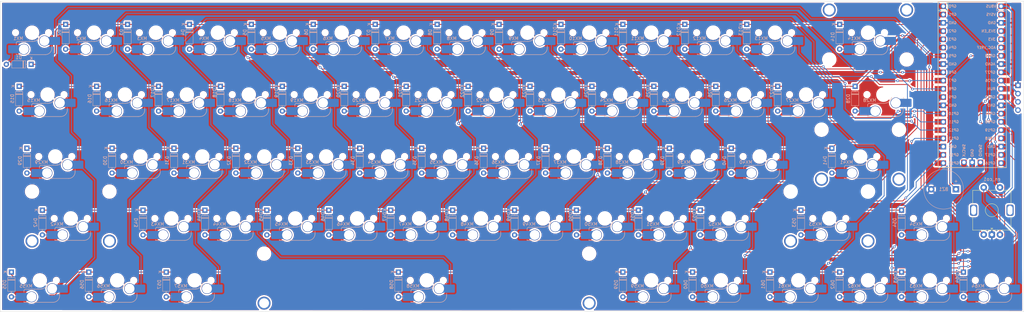
<source format=kicad_pcb>
(kicad_pcb (version 20221018) (generator pcbnew)
  (layers (0 "F.Cu" signal) (31 "B.Cu" signal) (34 "B.Paste" user) (35 "F.Paste" user) (36 "B.SilkS" user "B.Silkscreen") (37 "F.SilkS" user "F.Silkscreen") (38 "B.Mask" user) (39 "F.Mask" user) (44 "Edge.Cuts" user))
  (net 0 "")
  (net 1 "ROW0")
  (net 2 "Net-(D1-A)")
  (net 3 "Net-(D2-A)")
  (net 4 "Net-(D3-A)")
  (net 5 "Net-(D4-A)")
  (net 6 "Net-(D5-A)")
  (net 7 "Net-(D6-A)")
  (net 8 "Net-(D7-A)")
  (net 9 "Net-(D8-A)")
  (net 10 "Net-(D9-A)")
  (net 11 "Net-(D10-A)")
  (net 12 "Net-(D11-A)")
  (net 13 "Net-(D12-A)")
  (net 14 "Net-(D13-A)")
  (net 15 "Net-(D14-A)")
  (net 16 "ROW1")
  (net 17 "Net-(D15-A)")
  (net 18 "Net-(D16-A)")
  (net 19 "Net-(D17-A)")
  (net 20 "Net-(D18-A)")
  (net 21 "Net-(D19-A)")
  (net 22 "Net-(D20-A)")
  (net 23 "Net-(D21-A)")
  (net 24 "Net-(D22-A)")
  (net 25 "Net-(D23-A)")
  (net 26 "Net-(D24-A)")
  (net 27 "Net-(D25-A)")
  (net 28 "Net-(D26-A)")
  (net 29 "Net-(D27-A)")
  (net 30 "Net-(D28-A)")
  (net 31 "ROW2")
  (net 32 "Net-(D29-A)")
  (net 33 "Net-(D30-A)")
  (net 34 "Net-(D31-A)")
  (net 35 "Net-(D32-A)")
  (net 36 "Net-(D33-A)")
  (net 37 "Net-(D34-A)")
  (net 38 "Net-(D35-A)")
  (net 39 "Net-(D36-A)")
  (net 40 "Net-(D37-A)")
  (net 41 "Net-(D38-A)")
  (net 42 "Net-(D39-A)")
  (net 43 "Net-(D40-A)")
  (net 44 "Net-(D41-A)")
  (net 45 "ROW3")
  (net 46 "Net-(D42-A)")
  (net 47 "Net-(D43-A)")
  (net 48 "Net-(D44-A)")
  (net 49 "Net-(D45-A)")
  (net 50 "Net-(D46-A)")
  (net 51 "Net-(D47-A)")
  (net 52 "Net-(D48-A)")
  (net 53 "Net-(D49-A)")
  (net 54 "Net-(D50-A)")
  (net 55 "Net-(D51-A)")
  (net 56 "Net-(D52-A)")
  (net 57 "Net-(D53-A)")
  (net 58 "Net-(D54-A)")
  (net 59 "ROW4")
  (net 60 "Net-(D55-A)")
  (net 61 "Net-(D56-A)")
  (net 62 "Net-(D57-A)")
  (net 63 "Net-(D58-A)")
  (net 64 "Net-(D59-A)")
  (net 65 "Net-(D60-A)")
  (net 66 "Net-(D61-A)")
  (net 67 "Net-(D62-A)")
  (net 68 "Net-(D63-A)")
  (net 69 "Net-(D64-A)")
  (net 70 "en_co_A")
  (net 71 "en_co_B")
  (net 72 "GND")
  (net 73 "COL15")
  (net 74 "VBUS")
  (net 75 "SCL")
  (net 76 "SDA")
  (net 77 "Buzz")
  (net 78 "COL0")
  (net 79 "COL1")
  (net 80 "COL2")
  (net 81 "COL3")
  (net 82 "COL4")
  (net 83 "COL5")
  (net 84 "COL6")
  (net 85 "COL7")
  (net 86 "COL8")
  (net 87 "COL9")
  (net 88 "COL10")
  (net 89 "COL11")
  (net 90 "COL12")
  (net 91 "COL13")
  (net 92 "COL14")
  (footprint "ScottoKeebs_MCU:Raspberry_Pi_Pico" (layer "F.Cu") (at 355.44 123.695)
    (fp_text reference "U1" hide)
    (fp_text value "Raspberry_Pi_Pico" hide)
  )
  (footprint "PCM_marbastlib-mx:STAB_MX_P_2.25u" (layer "F.Cu") (at 78.10625 164.82 180)
    (fp_text reference "S2" hide)
    (fp_text value "MX_stab")
  )
  (footprint "PCM_marbastlib-various:ROT_Alps_EC11E-Switch" (layer "F.Cu") (at 361.475 162.315)
    (fp_text reference "en_co1")
    (fp_text value "RotaryEncoder_Switch")
  )
  (footprint "PCM_marbastlib-mx:STAB_MX_P_6.25u" (layer "F.Cu") (at 187.59 183.91695 180)
    (fp_text reference "S1" hide)
    (fp_text value "MX_stab")
  )
  (footprint "PCM_marbastlib-mx:STAB_MX_P_2.25u" (layer "F.Cu") (at 320.99375 145.795 180)
    (fp_text reference "S4" hide)
    (fp_text value "MX_stab")
  )
  (footprint "ScottoKeebs_Components:OLED_128x64" (layer "F.Cu") (at 369.525 127.7 -90)
    (fp_text reference "J1" hide)
    (fp_text value "OLED_128x64")
  )
  (footprint "PCM_marbastlib-mx:STAB_MX_P_2u" (layer "F.Cu") (at 323.36625 107.685)
    (fp_text reference "S5" hide)
    (fp_text value "MX_stab")
  )
  (footprint "PCM_marbastlib-mx:STAB_MX_P_2.25u" (layer "F.Cu") (at 311.46875 164.82 180)
    (fp_text reference "S3" hide)
    (fp_text value "MX_stab")
  )
  (footprint "PCM_marbastlib-mx:SW_MX_HS_1u" (layer "B.Cu") (at 270.99 145.79)
    (fp_text reference "MX39")
    (fp_text value "MX_SW_HS")
  )
  (footprint "ScottoKeebs_Components:Diode_DO-35" (layer "B.Cu") (at 247.9725 181.34 -90)
    (fp_text reference "D59")
    (fp_text value "Diode")
  )
  (footprint "PCM_marbastlib-mx:SW_MX_HS_1u" (layer "B.Cu") (at 92.39625 183.89)
    (fp_text reference "MX56")
    (fp_text value "MX_SW_HS")
  )
  (footprint "ScottoKeebs_Components:Diode_DO-35" (layer "B.Cu") (at 128.91 143.24 -90)
    (fp_text reference "D32")
    (fp_text value "Diode")
  )
  (footprint "ScottoKeebs_Components:Diode_DO-35" (layer "B.Cu") (at 205.11 143.24 -90)
    (fp_text reference "D36")
    (fp_text value "Diode")
  )
  (footprint "PCM_marbastlib-mx:SW_MX_HS_1u" (layer "B.Cu") (at 166.215 164.84)
    (fp_text reference "MX46")
    (fp_text value "MX_SW_HS")
  )
  (footprint "Buzzer_Beeper:Buzzer_12x9.5RM7.6" (layer "B.Cu") (at 350.44 155.86 180)
    (fp_text reference "BZ1")
    (fp_text value "Buzzer")
  )
  (footprint "PCM_marbastlib-mx:SW_MX_HS_1u" (layer "B.Cu") (at 247.1775 126.74)
    (fp_text reference "MX24")
    (fp_text value "MX_SW_HS")
  )
  (footprint "ScottoKeebs_Components:Diode_DO-35" (layer "B.Cu") (at 314.6475 105.14 -90)
    (fp_text reference "D14")
    (fp_text value "Diode")
  )
  (footprint "PCM_marbastlib-mx:SW_MX_HS_1u" (layer "B.Cu") (at 113.8275 126.74)
    (fp_text reference "MX17")
    (fp_text value "MX_SW_HS")
  )
  (footprint "ScottoKeebs_Components:Diode_DO-35" (layer "B.Cu") (at 286.0725 105.14 -90)
    (fp_text reference "D13")
    (fp_text value "Diode")
  )
  (footprint "PCM_marbastlib-mx:SW_MX_HS_1u" (layer "B.Cu") (at 256.7025 107.69)
    (fp_text reference "MX11")
    (fp_text value "MX_SW_HS")
  )
  (footprint "ScottoKeebs_Components:Diode_DO-35" (layer "B.Cu") (at 219.3975 124.19 -90)
    (fp_text reference "D23")
    (fp_text value "Diode")
  )
  (footprint "ScottoKeebs_Components:Diode_DO-35" (layer "B.Cu") (at 190.8225 105.14 -90)
    (fp_text reference "D8")
    (fp_text value "Diode")
  )
  (footprint "ScottoKeebs_Components:Diode_DO-35" (layer "B.Cu") (at 200.3475 124.19 -90)
    (fp_text reference "D22")
    (fp_text value "Diode")
  )
  (footprint "ScottoKeebs_Components:Diode_DO-35" (layer "B.Cu") (at 167.01 143.24 -90)
    (fp_text reference "D34")
    (fp_text value "Diode")
  )
  (footprint "ScottoKeebs_Components:Diode_DO-35" (layer "B.Cu") (at 105.0975 124.19 -90)
    (fp_text reference "D17")
    (fp_text value "Diode")
  )
  (footprint "ScottoKeebs_Components:Diode_DO-35" (layer "B.Cu") (at 69.37875 162.29 -90)
    (fp_text reference "D42")
    (fp_text value "Diode")
  )
  (footprint "ScottoKeebs_Components:Diode_DO-35" (layer "B.Cu") (at 233.685 162.29 -90)
    (fp_text reference "D50")
    (fp_text value "Diode")
  )
  (footprint "PCM_marbastlib-mx:SW_MX_HS_1u" (layer "B.Cu") (at 275.7525 107.69)
    (fp_text reference "MX12")
    (fp_text value "MX_SW_HS")
  )
  (footprint "ScottoKeebs_Components:Diode_DO-35" (layer "B.Cu") (at 83.66625 181.34 -90)
    (fp_text reference "D56")
    (fp_text value "Diode")
  )
  (footprint "PCM_marbastlib-mx:SW_MX_HS_1u" (layer "B.Cu") (at 361.4775 183.89)
    (fp_text reference "MX64")
    (fp_text value "MX_SW_HS")
  )
  (footprint "ScottoKeebs_Components:Diode_DO-35" (layer "B.Cu") (at 238.4475 124.19 -90)
    (fp_text reference "D24")
    (fp_text value "Diode")
  )
  (footprint "PCM_marbastlib-mx:SW_MX_HS_1u" (layer "B.Cu") (at 70.965 126.74)
    (fp_text reference "MX15")
    (fp_text value "MX_SW_HS")
  )
  (footprint "ScottoKeebs_Components:Diode_DO-35" (layer "B.Cu") (at 312.26625 143.24 -90)
    (fp_text reference "D41")
    (fp_text value "Diode")
  )
  (footprint "PCM_marbastlib-mx:SW_MX_HS_1u" (layer "B.Cu") (at 147.165 164.84)
    (fp_text reference "MX45")
    (fp_text value "MX_SW_HS")
  )
  (footprint "PCM_marbastlib-mx:SW_MX_HS_1u" (layer "B.Cu") (at 285.2775 126.74)
    (fp_text reference "MX26")
    (fp_text value "MX_SW_HS")
  )
  (footprint "PCM_marbastlib-mx:SW_MX_HS_1u" (layer "B.Cu") (at 323.3775 107.69)
    (fp_text reference "MX14")
    (fp_text value "MX_SW_HS")
  )
  (footprint "PCM_marbastlib-mx:SW_MX_HS_1u" (layer "B.Cu") (at 73.34625 145.79)
    (fp_text reference "MX29")
    (fp_text value "MX_SW_HS")
  )
  (footprint "ScottoKeebs_Components:Diode_DO-35" (layer "B.Cu") (at 119.385 162.29 -90)
    (fp_text reference "D44")
    (fp_text value "Diode")
  )
  (footprint "ScottoKeebs_Components:Diode_DO-35" (layer "B.Cu") (at 162.2475 124.19 -90)
    (fp_text reference "D20")
    (fp_text value "Diode")
  )
  (footprint "ScottoKeebs_Components:Diode_DO-35" (layer "B.Cu") (at 109.86 143.24 -90)
    (fp_text reference "D31")
    (fp_text value "Diode")
  )
  (footprint "PCM_marbastlib-mx:SW_MX_HS_1u" (layer "B.Cu") (at 175.74 145.79)
    (fp_text reference "MX34")
    (fp_text value "MX_SW_HS")
  )
  (footprint "PCM_marbastlib-mx:SW_MX_HS_1u" (layer "B.Cu") (at 223.365 164.84)
    (fp_text reference "MX49")
    (fp_text value "MX_SW_HS")
  )
  (footprint "PCM_marbastlib-mx:SW_MX_HS_1u" (layer "B.Cu") (at 328.14 126.74)
    (fp_text reference "MX28")
    (fp_text value "MX_SW_HS")
  )
  (footprint "PCM_marbastlib-mx:SW_MX_HS_1u" (layer "B.Cu") (at 228.1275 126.74)
    (fp_text reference "MX23")
    (fp_text value "MX_SW_HS")
  )
  (footprint "ScottoKeebs_Components:Diode_DO-35" (layer "B.Cu") (at 224.16 143.24 -90)
    (fp_text reference "D37")
    (fp_text value "Diode")
  )
  (footprint "ScottoKeebs_Components:Diode_DO-35" (layer "B.Cu") (at 65.905 117.43 180)
    (fp_text reference "D1")
    (fp_text value "Diode")
  )
  (footprint "PCM_marbastlib-mx:SW_MX_HS_1u" (layer "B.Cu") (at 232.89 145.79)
    (fp_text reference "MX37")
    (fp_text value "MX_SW_HS")
  )
  (footprint "ScottoKeebs_Components:Diode_DO-35" (layer "B.Cu") (at 333.6975 162.29 -90)
    (fp_text reference "D54")
    (fp_text value "Diode")
  )
  (footprint "PCM_marbastlib-mx:SW_MX_HS_1u" (layer "B.Cu") (at 94.7775 126.74)
    (fp_text reference "MX16")
    (fp_text value "MX_SW_HS")
  )
  (footprint "ScottoKeebs_Components:Diode_DO-35" (layer "B.Cu") (at 257.4975 124.19 -90)
    (fp_text reference "D25")
    (fp_text value "Diode")
  )
  (footprint "ScottoKeebs_Components:Diode_DO-35" (layer "B.Cu") (at 64.61625 143.24 -90)
    (fp_text reference "D29")
    (fp_text value "Diode")
  )
  (footprint "ScottoKeebs_Components:Diode_DO-35" (layer "B.Cu") (at 138.435 162.29 -90)
    (fp_text reference "D45")
    (fp_text value "Diode")
  )
  (footprint "PCM_marbastlib-mx:SW_MX_HS_1u" (layer "B.Cu") (at 78.10875 164.84)
    (fp_text reference "MX42")
    (fp_text value "MX_SW_HS")
  )
  (footprint "PCM_marbastlib-mx:SW_MX_HS_1u" (layer "B.Cu") (at 142.4025 107.69)
    (fp_text reference "MX5")
    (fp_text value "MX_SW_HS")
  )
  (footprint "ScottoKeebs_Components:Diode_DO-35" (layer "B.Cu") (at 214.635 162.29 -90)
    (fp_text reference "D49")
    (fp_text value "Diode")
  )
  (footprint "ScottoKeebs_Components:Diode_DO-35" (layer "B.Cu") (at 114.6225 105.14 -90)
    (fp_text reference "D4")
    (fp_text value "Diode")
  )
  (footprint "PCM_marbastlib-mx:SW_MX_HS_1u" (layer "B.Cu") (at 278.13375 183.89)
    (fp_text reference "MX60")
    (fp_text value "MX_SW_HS")
  )
  (footprint "PCM_marbastlib-mx:SW_MX_HS_1u" (layer "B.Cu") (at 294.8025 107.69)
    (fp_text reference "MX13")
    (fp_text value "MX_SW_HS")
  )
  (footprint "ScottoKeebs_Components:Diode_DO-35" (layer "B.Cu") (at 62.235 124.19 -90)
    (fp_text reference "D15")
    (fp_text value "Diode")
  )
  (footprint "PCM_marbastlib-mx:SW_MX_HS_1u" (layer "B.Cu") (at 190.0275 126.74)
    (fp_text reference "MX21")
    (fp_text value "MX_SW_HS")
  )
  (footprint "ScottoKeebs_Components:Diode_DO-35" (layer "B.Cu") (at 262.26 143.24 -90)
    (fp_text reference "D39")
    (fp_text value "Diode")
  )
  (footprint "ScottoKeebs_Components:Diode_DO-35" (layer "B.Cu") (at 352.7475 181.34 -90)
    (fp_text reference "D64")
    (fp_text value "Diode")
  )
  (footprint "PCM_marbastlib-mx:SW_MX_HS_1u" (layer "B.Cu") (at 209.0775 126.74)
    (fp_text reference "MX22")
    (fp_text value "MX_SW_HS")
  )
  (footprint "PCM_marbastlib-mx:SW_MX_HS_1u" (layer "B.Cu") (at 251.94 145.79)
    (fp_text reference "MX38")
    (fp_text value "MX_SW_HS")
  )
  (footprint "PCM_marbastlib-mx:SW_MX_HS_1u" (layer "B.Cu") (at 342.4275 183.89)
    (fp_text reference "MX63")
    (fp_text value "MX_SW_HS")
  )
  (footprint "ScottoKeebs_Components:Diode_DO-35" (layer "B.Cu") (at 295.5975 124.19 -90)
    (fp_text reference "D27")
    (fp_text value "Diode")
  )
  (footprint "ScottoKeebs_Components:Diode_DO-35" (layer "B.Cu") (at 281.31 143.24 -90)
    (fp_text reference "D40")
    (fp_text value "Diode")
  )
  (footprint "ScottoKeebs_Components:Diode_DO-35" (layer "B.Cu") (at 209.8725 105.14 -90)
    (fp_text reference "D9")
    (fp_text value "Diode")
  )
  (footprint "PCM_marbastlib-mx:SW_MX_HS_1u" (layer "B.Cu") (at 304.3275 126.74)
    (fp_text reference "MX27")
    (fp_text value "MX_SW_HS")
  )
  (footprint "ScottoKeebs_Components:Diode_DO-35" (layer "B.Cu") (at 178.91625 181.34 -90)
    (fp_text reference "D58")
    (fp_text value "Diode")
  )
  (footprint "PCM_marbastlib-mx:SW_MX_HS_1u" (layer "B.Cu") (at 116.20875 183.89)
    (fp_text reference "MX57")
    (fp_text value "MX_SW_HS")
  )
  (footprint "ScottoKeebs_Components:Diode_DO-35" (layer "B.Cu") (at 107.47875 181.34 -90)
    (fp_text reference "D57")
    (fp_text value "Diode")
  )
  (footprint "PCM_marbastlib-mx:SW_MX_HS_1u" (layer "B.Cu") (at 104.3025 107.69)
    (fp_text reference "MX3")
    (fp_text value "MX_SW_HS")
  )
  (footprint "PCM_marbastlib-mx:SW_MX_HS_1u" (layer "B.Cu") (at 132.8775 126.74)
    (fp_text reference "MX18")
    (fp_text value "MX_SW_HS")
  )
  (footprint "ScottoKeebs_Components:Diode_DO-35" (layer "B.Cu") (at 267.0225 105.14 -90)
    (fp_text reference "D12")
    (fp_text value "Diode")
  )
  (footprint "ScottoKeebs_Components:Diode_DO-35" (layer "B.Cu") (at 181.2975 124.19 -90)
    (fp_text reference "D21")
    (fp_text value "Diode")
  )
  (footprint "ScottoKeebs_Components:Diode_DO-35" (layer "B.Cu") (at 195.585 162.29 -90)
    (fp_text reference "D48")
    (fp_text value "Diode")
  )
  (footprint "ScottoKeebs_Components:Diode_DO-35" (layer "B.Cu") (at 269.40375 181.34 -90)
    (fp_text reference "D60")
    (fp_text value "Diode")
  )
  (footprint "PCM_marbastlib-mx:SW_MX_HS_1u" (layer "B.Cu") (at 161.4525 107.69)
    (fp_text reference "MX6")
    (fp_text value "MX_SW_HS")
  )
  (footprint "PCM_marbastlib-mx:SW_MX_HS_1u" (layer "B.Cu") (at 128.115 164.84)
    (fp_text reference "MX44")
    (fp_text value "MX_SW_HS")
  )
  (footprint "ScottoKeebs_Components:Diode_DO-35" (layer "B.Cu") (at 186.06 143.24 -90)
    (fp_text reference "D35")
    (fp_text value "Diode")
  )
  (footprint "PCM_marbastlib-mx:SW_MX_HS_1u" (layer "B.Cu") (at 237.6525 107.69)
    (fp_text reference "MX10")
    (fp_text value "MX_SW_HS")
  )
  (footprint "PCM_marbastlib-mx:SW_MX_HS_1u" (layer "B.Cu") (at 290.04 145.79)
    (fp_text reference "MX40")
    (fp_text value "MX_SW_HS")
  )
  (footprint "PCM_marbastlib-mx:SW_MX_HS_1u" (layer "B.Cu") (at 320.99625 145.79)
    (fp_text reference "MX41")
    (fp_text value "MX_SW_HS")
  )
  (footprint "PCM_marbastlib-mx:SW_MX_HS_1u" (layer "B.Cu") (at 342.4275 164.84)
    (fp_text reference "MX54")
    (fp_text value "MX_SW_HS")
  )
  (footprint "PCM_marbastlib-mx:SW_MX_HS_1u" (layer "B.Cu") (at 85.2525 107.69)
    (fp_text reference "MX2")
    (fp_text value "MX_SW_HS")
  )
  (footprint "ScottoKeebs_Components:Diode_DO-35" (layer "B.Cu") (at 59.85375 181.34 -90)
    (fp_text reference "D55")
    (fp_text value "Diode")
  )
  (footprint "PCM_marbastlib-mx:SW_MX_HS_1u" (layer "B.Cu") (at 180.5025 107.69)
    (fp_text reference "MX7")
    (fp_text value "MX_SW_HS")
  )
  (footprint "ScottoKeebs_Components:Diode_DO-35" (layer "B.Cu") (at 152.7225 105.14 -90)
    (fp_text reference "D6")
    (fp_text value "Diode")
  )
  (footprint "PCM_marbastlib-mx:SW_MX_HS_1u" (layer "B.Cu") (at 218.6025 107.69)
    (fp_text reference "MX9")
    (fp_text value "MX_SW_HS")
  )
  (footprint "ScottoKeebs_Components:Diode_DO-35" (layer "B.Cu") (at 147.96 143.24 -90)
    (fp_text reference "D33")
    (fp_text value "Diode")
  )
  (footprint "ScottoKeebs_Components:Diode_DO-35" (layer "B.Cu") (at 90.81 143.24 -90)
    (fp_text reference "D30")
    (fp_text value "Diode")
  )
  (footprint "PCM_marbastlib-mx:SW_MX_HS_1u" (layer "B.Cu") (at 194.79 145.79)
    (fp_text reference "MX35")
    (fp_text value "MX_SW_HS")
  )
  (footprint "PCM_marbastlib-mx:SW_MX_HS_1u" (layer "B.Cu") (at 118.59 145.79)
    (fp_text reference "MX31")
    (fp_text value "MX_SW_HS")
  )
  (footprint "ScottoKeebs_Components:Diode_DO-35" (layer "B.Cu") (at 171.7725 105.14 -90)
    (fp_text reference "D7")
    (fp_text value "Diode")
  )
  (footprint "ScottoKeebs_Components:Diode_DO-35" (layer "B.Cu") (at 100.335 162.29 -90)
    (fp_text reference "D43")
    (fp_text value "Diode")
  )
  (footprint "ScottoKeebs_Components:Diode_DO-35" (layer "B.Cu") (at 252.735 162.29 -90)
    (fp_text reference "D51")
    (fp_text value "Diode")
  )
  (footprint "ScottoKeebs_Components:Diode_DO-35" (layer "B.Cu") (at 143.1975 124.19 -90)
    (fp_text reference "D19")
    (fp_text value "Diode")
  )
  (footprint "ScottoKeebs_Components:Diode_DO-35" (layer "B.Cu") (at 176.535 162.29 -90)
    (fp_text reference "D47")
    (fp_text value "Diode")
  )
  (footprint "PCM_marbastlib-mx:SW_MX_HS_1u" (layer "B.Cu") (at 187.64625 183.89)
    (fp_text reference "MX58")
    (fp_text value "MX_SW_HS")
  )
  (footprint "PCM_marbastlib-mx:SW_MX_HS_1u" (layer "B.Cu") (at 311.47125 164.84)
    (fp_text reference "MX53")
    (fp_text value "MX_SW_HS")
  )
  (footprint "PCM_marbastlib-mx:SW_MX_HS_1u" (layer "B.Cu") (at 170.9775 126.74)
    (fp_text reference "MX20")
    (fp_text value "MX_SW_HS")
  )
  (footprint "PCM_marbastlib-mx:SW_MX_HS_1u" (layer "B.Cu") (at 137.64 145.79)
    (fp_text reference "MX32")
    (fp_text value "MX_SW_HS")
  )
  (footprint "ScottoKeebs_Components:Diode_DO-35" (layer "B.Cu") (at 243.21 143.24 -90)
    (fp_text reference "D38")
    (fp_text value "Diode")
  )
  (footprint "PCM_marbastlib-mx:SW_MX_HS_1u" (layer "B.Cu") (at 151.9275 126.74)
    (fp_text reference "MX19")
    (fp_text value "MX_SW_HS")
  )
  (footprint "ScottoKeebs_Components:Diode_DO-35" (layer "B.Cu") (at 302.74125 162.29 -90)
    (fp_text reference "D53")
    (fp_text value "Diode")
  )
  (footprint "PCM_marbastlib-mx:SW_MX_HS_1u" (layer "B.Cu") (at 242.415 164.84)
    (fp_text reference "MX50")
    (fp_text value "MX_SW_HS")
  )
  (footprint "PCM_marbastlib-mx:SW_MX_HS_1u" (layer "B.Cu") (at 66.2025 107.69)
    (fp_text reference "MX1")
    (fp_text value "MX_SW_HS")
  )
  (footprint "PCM_marbastlib-mx:SW_MX_HS_1u" (layer "B.Cu") (at 68.58375 183.89)
    (fp_text reference "MX55")
    (fp_text value "MX_SW_HS")
  )
  (footprint "PCM_marbastlib-mx:SW_MX_HS_1u" (layer "B.Cu") (at 323.3775 183.89)
    (fp_text reference "MX62")
    (fp_text value "MX_SW_HS")
  )
  (footprint "ScottoKeebs_Components:Diode_DO-35" (layer "B.Cu") (at 333.6975 181.34 -90)
    (fp_text reference "D63")
    (fp_text value "Diode")
  )
  (footprint "PCM_marbastlib-mx:SW_MX_HS_1u" (layer "B.Cu") (at 266.2275 126.74)
    (fp_text reference "MX25")
    (fp_text value "MX_SW_HS")
  )
  (footprint "ScottoKeebs_Components:Diode_DO-35" (layer "B.Cu") (at 319.41 124.19 -90)
    (fp_text reference "D28")
    (fp_text value "Diode")
  )
  (footprint "PCM_marbastlib-mx:SW_MX_HS_1u" (layer "B.Cu") (at 261.465 164.84)
    (fp_text reference "MX51")
    (fp_text value "MX_SW_HS")
  )
  (footprint "PCM_marbastlib-mx:SW_MX_HS_1u" (layer "B.Cu") (at 199.5525 107.69)
    (fp_text reference "MX8")
    (fp_text value "MX_SW_HS")
  )
  (footprint "ScottoKeebs_Components:Diode_DO-35" (layer "B.Cu") (at 76.5225 105.14 -90)
    (fp_text reference "D2")
    (fp_text value "Diode")
  )
  (footprint "PCM_marbastlib-mx:SW_MX_HS_1u" (layer "B.Cu") (at 280.515 164.84)
    (fp_text reference "MX52")
    (fp_text value "MX_SW_HS")
  )
  (footprint "PCM_marbastlib-mx:SW_MX_HS_1u" (layer "B.Cu") (at 156.69 145.79)
    (fp_text reference "MX33")
    (fp_text value "MX_SW_HS")
  )
  (footprint "ScottoKeebs_Components:Diode_DO-35" (layer "B.Cu") (at 314.6475 181.34 -90)
    (fp_text reference "D62")
    (fp_text value "Diode")
  )
  (footprint "ScottoKeebs_Components:Diode_DO-35" (layer "B.Cu") (at 86.0475 124.19 -90)
    (fp_text reference "D16")
    (fp_text value "Diode")
  )
  (footprint "PCM_marbastlib-mx:SW_MX_HS_1u" (layer "B.Cu") (at 185.265 164.84)
    (fp_text reference "MX47")
    (fp_text value "MX_SW_HS")
  )
  (footprint "PCM_marbastlib-mx:SW_MX_HS_1u" (layer "B.Cu") (at 109.065 164.84)
    (fp_text reference "MX43")
    (fp_text value "MX_SW_HS")
  )
  (footprint "ScottoKeebs_Components:Diode_DO-35" (layer "B.Cu") (at 276.5475 124.19 -90)
    (fp_text reference "D26")
    (fp_text value "Diode")
  )
  (footprint "PCM_marbastlib-mx:SW_MX_HS_1u" (layer "B.Cu") (at 256.7025 183.89)
    (fp_text reference "MX59")
    (fp_text value "MX_SW_HS")
  )
  (footprint "ScottoKeebs_Components:Diode_DO-35" (layer "B.Cu") (at 247.9725 105.14 -90)
    (fp_text reference "D11")
    (fp_text value "Diode")
  )
  (footprint "ScottoKeebs_Components:Diode_DO-35" (layer "B.Cu") (at 157.485 162.29 -90)
    (fp_text reference "D46")
    (fp_text value "Diode")
  )
  (footprint "ScottoKeebs_Components:Diode_DO-35" (layer "B.Cu") (at 228.9225 105.14 -90)
    (fp_text reference "D10")
    (fp_text value "Diode")
  )
  (footprint "PCM_marbastlib-mx:SW_MX_HS_1u" (layer "B.Cu") (at 204.315 164.84)
    (fp_text reference "MX48")
    (fp_text value "MX_SW_HS")
  )
  (footprint "PCM_marbastlib-mx:SW_MX_HS_1u" (layer "B.Cu") (at 213.84 145.79)
    (fp_text reference "MX36")
    (fp_text value "MX_SW_HS")
  )
  (footprint "PCM_marbastlib-mx:SW_MX_HS_1u" (layer "B.Cu") (at 123.3525 107.69)
    (fp_text reference "MX4")
    (fp_text value "MX_SW_HS")
  )
  (footprint "PCM_marbastlib-mx:SW_MX_HS_1u" (layer "B.Cu") (at 99.54 145.79)
    (fp_text reference "MX30")
    (fp_text value "MX_SW_HS")
  )
  (footprint "ScottoKeebs_Components:Diode_DO-35" (layer "B.Cu") (at 293.21625 181.34 -90)
    (fp_text reference "D61")
    (fp_text value "Diode")
  )
  (footprint "PCM_marbastlib-mx:SW_MX_HS_1u" (layer "B.Cu") (at 301.94625 183.89)
    (fp_text reference "MX61")
    (fp_text value "MX_SW_HS")
  )
  (footprint "ScottoKeebs_Components:Diode_DO-35" (layer "B.Cu") (at 271.785 162.29 -90)
    (fp_text reference "D52")
    (fp_text value "Diode")
  )
  (footprint "ScottoKeebs_Components:Diode_DO-35" (layer "B.Cu") (at 133.6725 105.14 -90)
    (fp_text reference "D5")
    (fp_text value "Diode")
  )
  (footprint "ScottoKeebs_Components:Diode_DO-35" (layer "B.Cu") (at 95.5725 105.14 -90)
    (fp_text reference "D3")
    (fp_text value "Diode")
  )
  (footprint "ScottoKeebs_Components:Diode_DO-35" (layer "B.Cu") (at 124.1475 124.19 -90)
    (fp_text reference "D18")
    (fp_text value "Diode")
  )
  (gr_line (start 56.388 193.548) (end 371.348 193.548) (stroke (width 0.1)) (layer "Edge.Cuts"))
  (gr_line (start 56.388 98.044) (end 56.388 193.548) (stroke (width 0.1)) (layer "Edge.Cuts"))
  (gr_line (start 371.348 193.548) (end 371.348 98.044) (stroke (width 0.1)) (layer "Edge.Cuts"))
  (gr_line (start 371.348 98.044) (end 56.388 98.044) (stroke (width 0.1)) (layer "Edge.Cuts"))
  (segment (start 75.341 105.14) (end 76.5225 105.14) (width 0.25) (layer "F.Cu") (net 1))
  (segment (start 267.0225 105.14) (end 286.0725 105.14) (width 0.25) (layer "F.Cu") (net 1))
  (segment (start 314.6475 105.14) (end 335.885 105.14) (width 0.25) (layer "F.Cu") (net 1))
  (segment (start 133.6725 105.14) (end 152.7225 105.14) (width 0.25) (layer "F.Cu") (net 1))
  (segment (start 152.7225 105.14) (end 171.7725 105.14) (width 0.25) (layer "F.Cu") (net 1))
  (segment (start 209.8725 105.14) (end 228.9225 105.14) (width 0.25) (layer "F.Cu") (net 1))
  (segment (start 335.885 105.14) (end 341.46 99.565) (width 0.25) (layer "F.Cu") (net 1))
  (segment (start 76.5225 105.14) (end 95.5725 105.14) (width 0.25) (layer "F.Cu") (net 1))
  (segment (start 114.6225 105.14) (end 133.6725 105.14) (width 0.25) (layer "F.Cu") (net 1))
  (segment (start 362.57 136.52) (end 360.44 134.39) (width 0.25) (layer "F.Cu") (net 1))
  (segment (start 95.5725 105.14) (end 114.6225 105.14) (width 0.25) (layer "F.Cu") (net 1))
  (segment (start 341.46 99.565) (end 346.55 99.565) (width 0.25) (layer "F.Cu") (net 1))
  (segment (start 190.8225 105.14) (end 209.8725 105.14) (width 0.25) (layer "F.Cu") (net 1))
  (segment (start 69.836 117.43) (end 73.278 113.988) (width 0.25) (layer "F.Cu") (net 1))
  (segment (start 247.9725 105.14) (end 267.0225 105.14) (width 0.25) (layer "F.Cu") (net 1))
  (segment (start 65.905 117.43) (end 69.836 117.43) (width 0.25) (layer "F.Cu") (net 1))
  (segment (start 362.57 141.26) (end 362.57 136.52) (width 0.25) (layer "F.Cu") (net 1))
  (segment (start 171.7725 105.14) (end 190.8225 105.14) (width 0.25) (layer "F.Cu") (net 1))
  (segment (start 228.9225 105.14) (end 247.9725 105.14) (width 0.25) (layer "F.Cu") (net 1))
  (segment (start 73.278 107.203) (end 75.341 105.14) (width 0.25) (layer "F.Cu") (net 1))
  (segment (start 73.278 113.988) (end 73.278 107.203) (width 0.25) (layer "F.Cu") (net 1))
  (segment (start 286.0725 105.14) (end 314.6475 105.14) (width 0.25) (layer "F.Cu") (net 1))
  (via (at 362.57 141.26) (size 0.8) (drill 0.4) (layers "F.Cu" "B.Cu") (net 1))
  (via (at 360.44 134.39) (size 0.8) (drill 0.4) (layers "F.Cu" "B.Cu") (net 1))
  (segment (start 360.44 113.455) (end 346.55 99.565) (width 0.25) (layer "B.Cu") (net 1))
  (segment (start 363.975 155.315) (end 362.57 153.91) (width 0.25) (layer "B.Cu") (net 1))
  (segment (start 362.57 153.91) (end 362.57 141.26) (width 0.25) (layer "B.Cu") (net 1))
  (segment (start 360.44 134.39) (end 360.44 113.455) (width 0.25) (layer "B.Cu") (net 1))
  (segment (start 60.1125 115.6025) (end 58.285 117.43) (width 0.25) (layer "B.Cu") (net 2))
  (segment (start 60.1125 112.77) (end 60.1125 115.6025) (width 0.25) (layer "B.Cu") (net 2))
  (segment (start 79.1625 112.77) (end 76.5325 112.77) (width 0.25) (layer "B.Cu") (net 3))
  (segment (start 76.5325 112.77) (end 76.5225 112.76) (width 0.25) (layer "B.Cu") (net 3))
  (segment (start 98.2125 112.77) (end 95.5825 112.77) (width 0.25) (layer "B.Cu") (net 4))
  (segment (start 95.5825 112.77) (end 95.5725 112.76) (width 0.25) (layer "B.Cu") (net 4))
  (segment (start 114.6325 112.77) (end 114.6225 112.76) (width 0.25) (layer "B.Cu") (net 5))
  (segment (start 117.2625 112.77) (end 114.6325 112.77) (width 0.25) (layer "B.Cu") (net 5))
  (segment (start 133.6825 112.77) (end 133.6725 112.76) (width 0.25) (layer "B.Cu") (net 6))
  (segment (start 136.3125 112.77) (end 133.6825 112.77) (width 0.25) (layer "B.Cu") (net 6))
  (segment (start 152.7325 112.77) (end 152.7225 112.76) (width 0.25) (layer "B.Cu") (net 7))
  (segment (start 155.3625 112.77) (end 152.7325 112.77) (width 0.25) (layer "B.Cu") (net 7))
  (segment (start 171.7825 112.77) (end 171.7725 112.76) (width 0.25) (layer "B.Cu") (net 8))
  (segment (start 174.4125 112.77) (end 171.7825 112.77) (width 0.25) (layer "B.Cu") (net 8))
  (segment (start 190.8325 112.77) (end 190.8225 112.76) (width 0.25) (layer "B.Cu") (net 9))
  (segment (start 193.4625 112.77) (end 190.8325 112.77) (width 0.25) (layer "B.Cu") (net 9))
  (segment (start 209.8825 112.77) (end 209.8725 112.76) (width 0.25) (layer "B.Cu") (net 10))
  (segment (start 212.5125 112.77) (end 209.8825 112.77) (width 0.25) (layer "B.Cu") (net 10))
  (segment (start 228.9325 112.77) (end 228.9225 112.76) (width 0.25) (layer "B.Cu") (net 11))
  (segment (start 231.5625 112.77) (end 228.9325 112.77) (width 0.25) (layer "B.Cu") (net 11))
  (segment (start 250.6125 112.77) (end 247.9825 112.77) (width 0.25) (layer "B.Cu") (net 12))
  (segment (start 247.9825 112.77) (end 247.9725 112.76) (width 0.25) (layer "B.Cu") (net 12))
  (segment (start 267.0325 112.77) (end 267.0225 112.76) (width 0.25) (layer "B.Cu") (net 13))
  (segment (start 269.6625 112.77) (end 267.0325 112.77) (width 0.25) (layer "B.Cu") (net 13))
  (segment (start 288.7125 112.77) (end 286.0825 112.77) (width 0.25) (layer "B.Cu") (net 14))
  (segment (start 286.0825 112.77) (end 286.0725 112.76) (width 0.25) (layer "B.Cu") (net 14))
  (segment (start 314.6575 112.77) (end 314.6475 112.76) (width 0.25) (layer "B.Cu") (net 15))
  (segment (start 317.2875 112.77) (end 314.6575 112.77) (width 0.25) (layer "B.Cu") (net 15))
  (segment (start 341.495 102.105) (end 346.55 102.105) (width 0.25) (layer "F.Cu") (net 16))
  (segment (start 62.235 124.19) (end 86.0475 124.19) (width 0.25) (layer "F.Cu") (net 16))
  (segment (start 319.41 124.19) (end 341.495 102.105) (width 0.25) (layer "F.Cu") (net 16))
  (segment (start 86.0475 124.19) (end 319.41 124.19) (width 0.25) (layer "F.Cu") (net 16))
  (segment (start 62.245 131.82) (end 62.235 131.81) (width 0.25) (layer "B.Cu") (net 17))
  (segment (start 64.875 131.82) (end 62.245 131.82) (width 0.25) (layer "B.Cu") (net 17))
  (segment (start 86.0575 131.82) (end 86.0475 131.81) (width 0.25) (layer "B.Cu") (net 18))
  (segment (start 88.6875 131.82) (end 86.0575 131.82) (width 0.25) (layer "B.Cu") (net 18))
  (segment (start 105.1075 131.82) (end 105.0975 131.81) (width 0.25) (layer "B.Cu") (net 19))
  (segment (start 107.7375 131.82) (end 105.1075 131.82) (width 0.25) (layer "B.Cu") (net 19))
  (segment (start 124.1575 131.82) (end 124.1475 131.81) (width 0.25) (layer "B.Cu") (net 20))
  (segment (start 126.7875 131.82) (end 124.1575 131.82) (width 0.25) (layer "B.Cu") (net 20))
  (segment (start 143.2075 131.82) (end 143.1975 131.81) (width 0.25) (layer "B.Cu") (net 21))
  (segment (start 145.8375 131.82) (end 143.2075 131.82) (width 0.25) (layer "B.Cu") (net 21))
  (segment (start 162.2575 131.82) (end 162.2475 131.81) (width 0.25) (layer "B.Cu") (net 22))
  (segment (start 164.8875 131.82) (end 162.2575 131.82) (width 0.25) (layer "B.Cu") (net 22))
  (segment (start 181.3075 131.82) (end 181.2975 131.81) (width 0.25) (layer "B.Cu") (net 23))
  (segment (start 183.9375 131.82) (end 181.3075 131.82) (width 0.25) (layer "B.Cu") (net 23))
  (segment (start 202.9875 131.82) (end 200.3575 131.82) (width 0.25) (layer "B.Cu") (net 24))
  (segment (start 200.3575 131.82) (end 200.3475 131.81) (width 0.25) (layer "B.Cu") (net 24))
  (segment (start 219.4075 131.82) (end 219.3975 131.81) (width 0.25) (layer "B.Cu") (net 25))
  (segment (start 222.0375 131.82) (end 219.4075 131.82) (width 0.25) (layer "B.Cu") (net 25))
  (segment (start 238.4575 131.82) (end 238.4475 131.81) (width 0.25) (layer "B.Cu") (net 26))
  (segment (start 241.0875 131.82) (end 238.4575 131.82) (width 0.25) (layer "B.Cu") (net 26))
  (segment (start 257.5075 131.82) (end 257.4975 131.81) (width 0.25) (layer "B.Cu") (net 27))
  (segment (start 260.1375 131.82) (end 257.5075 131.82) (width 0.25) (layer "B.Cu") (net 27))
  (segment (start 276.5575 131.82) (end 276.5475 131.81) (width 0.25) (layer "B.Cu") (net 28))
  (segment (start 279.1875 131.82) (end 276.5575 131.82) (width 0.25) (layer "B.Cu") (net 28))
  (segment (start 295.6075 131.82) (end 295.5975 131.81) (width 0.25) (layer "B.Cu") (net 29))
  (segment (start 298.2375 131.82) (end 295.6075 131.82) (width 0.25) (layer "B.Cu") (net 29))
  (segment (start 319.42 131.82) (end 319.41 131.81) (width 0.25) (layer "B.Cu") (net 30))
  (segment (start 322.05 131.82) (end 319.42 131.82) (width 0.25) (layer "B.Cu") (net 30))
  (segment (start 314.12625 141.38) (end 334.08 141.38) (width 0.25) (layer "F.Cu") (net 31))
  (segment (start 312.26625 143.24) (end 314.12625 141.38) (width 0.25) (layer "F.Cu") (net 31))
  (segment (start 64.61625 143.24) (end 312.26625 143.24) (width 0.25) (layer "F.Cu") (net 31))
  (segment (start 338.61 136.85) (end 338.61 109.91) (width 0.25) (layer "F.Cu") (net 31))
  (segment (start 338.61 109.91) (end 341.335 107.185) (width 0.25) (layer "F.Cu") (net 31))
  (segment (start 334.08 141.38) (end 338.61 136.85) (width 0.25) (layer "F.Cu") (net 31))
  (segment (start 341.335 107.185) (end 346.55 107.185) (width 0.25) (layer "F.Cu") (net 31))
  (segment (start 64.62625 150.87) (end 64.61625 150.86) (width 0.25) (layer "B.Cu") (net 32))
  (segment (start 67.25625 150.87) (end 64.62625 150.87) (width 0.25) (layer "B.Cu") (net 32))
  (segment (start 93.45 150.87) (end 90.82 150.87) (width 0.25) (layer "B.Cu") (net 33))
  (segment (start 90.82 150.87) (end 90.81 150.86) (width 0.25) (layer "B.Cu") (net 33))
  (segment (start 112.5 150.87) (end 109.87 150.87) (width 0.25) (layer "B.Cu") (net 34))
  (segment (start 109.87 150.87) (end 109.86 150.86) (width 0.25) (layer "B.Cu") (net 34))
  (segment (start 128.92 150.87) (end 128.91 150.86) (width 0.25) (layer "B.Cu") (net 35))
  (segment (start 131.55 150.87) (end 128.92 150.87) (width 0.25) (layer "B.Cu") (net 35))
  (segment (start 150.6 150.87) (end 147.97 150.87) (width 0.25) (layer "B.Cu") (net 36))
  (segment (start 147.97 150.87) (end 147.96 150.86) (width 0.25) (layer "B.Cu") (net 36))
  (segment (start 167.02 150.87) (end 167.01 150.86) (width 0.25) (layer "B.Cu") (net 37))
  (segment (start 169.65 150.87) (end 167.02 150.87) (width 0.25) (layer "B.Cu") (net 37))
  (segment (start 188.7 150.87) (end 186.07 150.87) (width 0.25) (layer "B.Cu") (net 38))
  (segment (start 186.07 150.87) (end 186.06 150.86) (width 0.25) (layer "B.Cu") (net 38))
  (segment (start 205.12 150.87) (end 205.11 150.86) (width 0.25) (layer "B.Cu") (net 39))
  (segment (start 207.75 150.87) (end 205.12 150.87) (width 0.25) (layer "B.Cu") (net 39))
  (segment (start 224.17 150.87) (end 224.16 150.86) (width 0.25) (layer "B.Cu") (net 40))
  (segment (start 226.8 150.87) (end 224.17 150.87) (width 0.25) (layer "B.Cu") (net 40))
  (segment (start 245.85 150.87) (end 243.22 150.87) (width 0.25) (layer "B.Cu") (net 41))
  (segment (start 243.22 150.87) (end 243.21 150.86) (width 0.25) (layer "B.Cu") (net 41))
  (segment (start 262.27 150.87) (end 262.26 150.86) (width 0.25) (layer "B.Cu") (net 42))
  (segment (start 264.9 150.87) (end 262.27 150.87) (width 0.25) (layer "B.Cu") (net 42))
  (segment (start 281.32 150.87) (end 281.31 150.86) (width 0.25) (layer "B.Cu") (net 43))
  (segment (start 283.95 150.87) (end 281.32 150.87) (width 0.25) (layer "B.Cu") (net 43))
  (segment (start 314.90625 150.87) (end 312.27625 150.87) (width 0.25) (layer "B.Cu") (net 44))
  (segment (start 312.27625 150.87) (end 312.26625 150.86) (width 0.25) (layer "B.Cu") (net 44))
  (segment (start 339.71 112.4) (end 342.385 109.725) (width 0.25) (layer "F.Cu") (net 45))
  (segment (start 69.37875 162.29) (end 333.6975 162.29) (width 0.25) (layer "F.Cu") (net 45))
  (segment (start 333.6975 162.29) (end 339.71 156.2775) (width 0.25) (layer "F.Cu") (net 45))
  (segment (start 342.385 109.725) (end 346.55 109.725) (width 0.25) (layer "F.Cu") (net 45))
  (segment (start 339.71 156.2775) (end 339.71 112.4) (width 0.25) (layer "F.Cu") (net 45))
  (segment (start 72.01875 169.92) (end 69.38875 169.92) (width 0.25) (layer "B.Cu") (net 46))
  (segment (start 69.38875 169.92) (end 69.37875 169.91) (width 0.25) (layer "B.Cu") (net 46))
  (segment (start 102.975 169.92) (end 100.345 169.92) (width 0.25) (layer "B.Cu") (net 47))
  (segment (start 100.345 169.92) (end 100.335 169.91) (width 0.25) (layer "B.Cu") (net 47))
  (segment (start 122.025 169.92) (end 119.395 169.92) (width 0.25) (layer "B.Cu") (net 48))
  (segment (start 119.395 169.92) (end 119.385 169.91) (width 0.25) (layer "B.Cu") (net 48))
  (segment (start 138.445 169.92) (end 138.435 169.91) (width 0.25) (layer "B.Cu") (net 49))
  (segment (start 141.075 169.92) (end 138.445 169.92) (width 0.25) (layer "B.Cu") (net 49))
  (segment (start 157.495 169.92) (end 157.485 169.91) (width 0.25) (layer "B.Cu") (net 50))
  (segment (start 160.125 169.92) (end 157.495 169.92) (width 0.25) (layer "B.Cu") (net 50))
  (segment (start 176.545 169.92) (end 176.535 169.91) (width 0.25) (layer "B.Cu") (net 51))
  (segment (start 179.175 169.92) (end 176.545 169.92) (width 0.25) (layer "B.Cu") (net 51))
  (segment (start 198.225 169.92) (end 195.595 169.92) (width 0.25) (layer "B.Cu") (net 52))
  (segment (start 195.595 169.92) (end 195.585 169.91) (width 0.25) (layer "B.Cu") (net 52))
  (segment (start 214.645 169.92) (end 214.635 169.91) (width 0.25) (layer "B.Cu") (net 53))
  (segment (start 217.275 169.92) (end 214.645 169.92) (width 0.25) (layer "B.Cu") (net 53))
  (segment (start 236.325 169.92) (end 233.695 169.92) (width 0.25) (layer "B.Cu") (net 54))
  (segment (start 233.695 169.92) (end 233.685 169.91) (width 0.25) (layer "B.Cu") (net 54))
  (segment (start 255.375 169.92) (end 252.745 169.92) (width 0.25) (layer "B.Cu") (net 55))
  (segment (start 252.745 169.92) (end 252.735 169.91) (width 0.25) (layer "B.Cu") (net 55))
  (segment (start 274.425 169.92) (end 271.795 169.92) (width 0.25) (layer "B.Cu") (net 56))
  (segment (start 271.795 169.92) (end 271.785 169.91) (width 0.25) (layer "B.Cu") (net 56))
  (segment (start 305.38125 169.92) (end 302.75125 169.92) (width 0.25) (layer "B.Cu") (net 57))
  (segment (start 302.75125 169.92) (end 302.74125 169.91) (width 0.25) (layer "B.Cu") (net 57))
  (segment (start 333.7075 169.92) (end 333.6975 169.91) (width 0.25) (layer "B.Cu") (net 58))
  (segment (start 336.3375 169.92) (end 333.7075 169.92) (width 0.25) (layer "B.Cu") (net 58))
  (segment (start 59.85375 182.14) (end 63.74375 186.03) (width 0.25) (layer "F.Cu") (net 59))
  (segment (start 346.92 160.15) (end 343.73 160.15) (width 0.25) (layer "F.Cu") (net 59))
  (segment (start 343.73 160.15) (end 340.62 157.04) (width 0.25) (layer "F.Cu") (net 59))
  (segment (start 340.62 157.04) (end 340.62 114.89) (width 0.25) (layer "F.Cu") (net 59))
  (segment (start 69.742963 188.405) (end 73.211822 188.405) (width 0.25) (layer "F.Cu") (net 59))
  (segment (start 340.62 114.89) (end 343.245 112.265) (width 0.25) (layer "F.Cu") (net 59))
  (segment (start 343.245 112.265) (end 346.55 112.265) (width 0.25) (layer "F.Cu") (net 59))
  (segment (start 352.7475 181.34) (end 352.7475 165.9775) (width 0.25) (layer "F.Cu") (net 59))
  (segment (start 73.211822 188.405) (end 80.276822 181.34) (width 0.25) (layer "F.Cu") (net 59))
  (segment (start 80.276822 181.34) (end 352.7475 181.34) (width 0.25) (layer "F.Cu") (net 59))
  (segment (start 63.74375 186.03) (end 67.367963 186.03) (width 0.25) (layer "F.Cu") (net 59))
  (segment (start 67.367963 186.03) (end 69.742963 188.405) (width 0.25) (layer "F.Cu") (net 59))
  (segment (start 352.7475 165.9775) (end 346.92 160.15) (width 0.25) (layer "F.Cu") (net 59))
  (segment (start 59.85375 181.34) (end 59.85375 182.14) (width 0.25) (layer "F.Cu") (net 59))
  (segment (start 59.86375 188.97) (end 59.85375 188.96) (width 0.25) (layer "B.Cu") (net 60))
  (segment (start 62.49375 188.97) (end 59.86375 188.97) (width 0.25) (layer "B.Cu") (net 60))
  (segment (start 86.30625 188.97) (end 83.67625 188.97) (width 0.25) (layer "B.Cu") (net 61))
  (segment (start 83.67625 188.97) (end 83.66625 188.96) (width 0.25) (layer "B.Cu") (net 61))
  (segment (start 107.48875 188.97) (end 107.47875 188.96) (width 0.25) (layer "B.Cu") (net 62))
  (segment (start 110.11875 188.97) (end 107.48875 188.97) (width 0.25) (layer "B.Cu") (net 62))
  (segment (start 178.92625 188.97) (end 178.91625 188.96) (width 0.25) (layer "B.Cu") (net 63))
  (segment (start 181.55625 188.97) (end 178.92625 188.97) (width 0.25) (layer "B.Cu") (net 63))
  (segment (start 250.6125 188.97) (end 247.9825 188.97) (width 0.25) (layer "B.Cu") (net 64))
  (segment (start 247.9825 188.97) (end 247.9725 188.96) (width 0.25) (layer "B.Cu") (net 64))
  (segment (start 269.41375 188.97) (end 269.40375 188.96) (width 0.25) (layer "B.Cu") (net 65))
  (segment (start 272.04375 188.97) (end 269.41375 188.97) (width 0.25) (layer "B.Cu") (net 65))
  (segment (start 295.85625 188.97) (end 293.22625 188.97) (width 0.25) (layer "B.Cu") (net 66))
  (segment (start 293.22625 188.97) (end 293.21625 188.96) (width 0.25) (layer "B.Cu") (net 66))
  (segment (start 314.6575 188.97) (end 314.6475 188.96) (width 0.25) (layer "B.Cu") (net 67))
  (segment (start 317.2875 188.97) (end 314.6575 188.97) (width 0.25) (layer "B.Cu") (net 67))
  (segment (start 333.7075 188.97) (end 333.6975 188.96) (width 0.25) (layer "B.Cu") (net 68))
  (segment (start 336.3375 188.97) (end 333.7075 188.97) (width 0.25) (layer "B.Cu") (net 68))
  (segment (start 352.7575 188.97) (end 352.7475 188.96) (width 0.25) (layer "B.Cu") (net 69))
  (segment (start 355.3875 188.97) (end 352.7575 188.97) (width 0.25) (layer "B.Cu") (net 69))
  (segment (start 348.55 159.39) (end 348.55 141.98) (width 0.25) (layer "F.Cu") (net 70))
  (segment (start 358.975 169.815) (end 348.55 159.39) (width 0.25) (layer "F.Cu") (net 70))
  (segment (start 348.55 141.98) (end 357.945 132.585) (width 0.25) (layer "F.Cu") (net 70))
  (segment (start 357.945 132.585) (end 364.33 132.585) (width 0.25) (layer "F.Cu") (net 70))
  (segment (start 363.975 158.765) (end 363.975 169.815) (width 0.25) (layer "F.Cu") (net 71))
  (segment (start 360.735 127.505) (end 364.33 127.505) (width 0.25) (layer "F.Cu") (net 71))
  (segment (start 357.92 135.07) (end 361.28 138.43) (width 0.25) (layer "F.Cu") (net 71))
  (segment (start 361.28 156.07) (end 363.975 158.765) (width 0.25) (layer "F.Cu") (net 71))
  (segment (start 361.28 138.43) (end 361.28 156.07) (width 0.25) (layer "F.Cu") (net 71))
  (segment (start 359.48 128.76) (end 360.735 127.505) (width 0.25) (layer "F.Cu") (net 71))
  (via (at 359.48 128.76) (size 0.8) (drill 0.4) (layers "F.Cu" "B.Cu") (net 71))
  (via (at 357.92 135.07) (size 0.8) (drill 0.4) (layers "F.Cu" "B.Cu") (net 71))
  (segment (start 359.48 128.76) (end 357.92 130.32) (width 0.25) (layer "B.Cu") (net 71))
  (segment (start 357.92 130.32) (end 357.92 135.07) (width 0.25) (layer "B.Cu") (net 71))
  (segment (start 369.525 123.89) (end 369.05 123.89) (width 0.45) (layer "F.Cu") (net 72))
  (segment (start 361.475 169.815) (end 361.475 163.195) (width 0.45) (layer "F.Cu") (net 72))
  (segment (start 361.475 163.195) (end 355.44 157.16) (width 0.45) (layer "F.Cu") (net 72))
  (segment (start 366.705 130.045) (end 364.33 130.045) (width 0.45) (layer "F.Cu") (net 72))
  (segment (start 355.44 157.16) (end 355.44 147.595) (width 0.45) (layer "F.Cu") (net 72))
  (segment (start 367.77 155.4) (end 367.77 138.565) (width 0.25) (layer "B.Cu") (net 73))
  (segment (start 358.975 155.315) (end 361.61 157.95) (width 0.25) (layer "B.Cu") (net 73))
  (segment (start 358.975 159.725) (end 358.975 155.315) (width 0.25) (layer "B.Cu") (net 73))
  (segment (start 368.8375 169.5875) (end 358.975 159.725) (width 0.25) (layer "B.Cu") (net 73))
  (segment (start 365.22 157.95) (end 367.77 155.4) (width 0.25) (layer "B.Cu") (net 73))
  (segment (start 367.77 138.565) (end 364.33 135.125) (width 0.25) (layer "B.Cu") (net 73))
  (segment (start 368.8375 186.43) (end 368.8375 169.5875) (width 0.25) (layer "B.Cu") (net 73))
  (segment (start 361.61 157.95) (end 365.22 157.95) (width 0.25) (layer "B.Cu") (net 73))
  (segment (start 367.92 101.31) (end 366.175 99.565) (width 0.45) (layer "B.Cu") (net 74))
  (segment (start 369.525 126.43) (end 367.92 124.825) (width 0.45) (layer "B.Cu") (net 74))
  (segment (start 366.175 99.565) (end 364.33 99.565) (width 0.45) (layer "B.Cu") (net 74))
  (segment (start 367.92 124.825) (end 367.92 101.31) (width 0.45) (layer "B.Cu") (net 74))
  (segment (start 367.29 121.51) (end 365.665 119.885) (width 0.25) (layer "B.Cu") (net 75))
  (segment (start 369.525 128.97) (end 367.29 126.735) (width 0.25) (layer "B.Cu") (net 75))
  (segment (start 365.665 119.885) (end 364.33 119.885) (width 0.25) (layer "B.Cu") (net 75))
  (segment (start 367.29 126.735) (end 367.29 121.51) (width 0.25) (layer "B.Cu") (net 75))
  (segment (start 366.31 128.295) (end 366.31 124.405) (width 0.25) (layer "B.Cu") (net 76))
  (segment (start 366.31 124.405) (end 364.33 122.425) (width 0.25) (layer "B.Cu") (net 76))
  (segment (start 369.525 131.51) (end 366.31 128.295) (width 0.25) (layer "B.Cu") (net 76))
  (segment (start 355.02 114.8) (end 364.325 114.8) (width 0.25) (layer "F.Cu") (net 77))
  (segment (start 364.325 114.8) (end 364.33 114.805) (width 0.25) (layer "F.Cu") (net 77))
  (via (at 355.02 114.8) (size 0.8) (drill 0.4) (layers "F.Cu" "B.Cu") (net 77))
  (segment (start 348.51 153.93) (end 348.51 121.31) (width 0.25) (layer "B.Cu") (net 77))
  (segment (start 350.44 155.86) (end 348.51 153.93) (width 0.25) (layer "B.Cu") (net 77))
  (segment (start 348.51 121.31) (end 355.02 114.8) (width 0.25) (layer "B.Cu") (net 77))
  (segment (start 85.46875 167.38) (end 85.46875 176.905) (width 0.25) (layer "B.Cu") (net 78))
  (segment (start 305.85 103.46) (end 302.39 100) (width 0.25) (layer "B.Cu") (net 78))
  (segment (start 78.325 138.315) (end 80.70625 140.69625) (width 0.25) (layer "B.Cu") (net 78))
  (segment (start 85.46875 176.905) (end 75.94375 186.43) (width 0.25) (layer "B.Cu") (net 78))
  (segment (start 73.5625 103.7175) (end 73.5625 110.23) (width 0.25) (layer "B.Cu") (net 78))
  (segment (start 77.28 100) (end 73.5625 103.7175) (width 0.25) (layer "B.Cu") (net 78))
  (segment (start 302.39 100) (end 77.28 100) (width 0.25) (layer "B.Cu") (net 78))
  (segment (start 78.325 120.985) (end 78.325 129.28) (width 0.25) (layer "B.Cu") (net 78))
  (segment (start 346.55 114.805) (end 343.035 114.805) (width 0.25) (layer "B.Cu") (net 78))
  (segment (start 73.5625 110.23) (end 73.5625 116.2225) (width 0.25) (layer "B.Cu") (net 78))
  (segment (start 80.70625 140.69625) (end 80.70625 148.33) (width 0.25) (layer "B.Cu") (net 78))
  (segment (start 343.035 114.805) (end 331.69 103.46) (width 0.25) (layer "B.Cu") (net 78))
  (segment (start 85.46875 153.0925) (end 85.46875 167.38) (width 0.25) (layer "B.Cu") (net 78))
  (segment (start 331.69 103.46) (end 305.85 103.46) (width 0.25) (layer "B.Cu") (net 78))
  (segment (start 80.70625 148.33) (end 85.46875 153.0925) (width 0.25) (layer "B.Cu") (net 78))
  (segment (start 78.325 129.28) (end 78.325 138.315) (width 0.25) (layer "B.Cu") (net 78))
  (segment (start 73.5625 116.2225) (end 78.325 120.985) (width 0.25) (layer "B.Cu") (net 78))
  (segment (start 327.27 119.85) (end 327.3 119.88) (width 0.25) (layer "F.Cu") (net 79))
  (segment (start 327.3 119.88) (end 333.99 119.88) (width 0.25) (layer "F.Cu") (net 79))
  (via (at 333.99 119.88) (size 0.8) (drill 0.4) (layers "F.Cu" "B.Cu") (net 79))
  (via (at 327.27 119.85) (size 0.8) (drill 0.4) (layers "F.Cu" "B.Cu") (net 79))
  (segment (start 346.55 119.885) (end 333.995 119.885) (width 0.25) (layer "B.Cu") (net 79))
  (segment (start 333.995 119.885) (end 333.99 119.88) (width 0.25) (layer "B.Cu") (net 79))
  (segment (start 106.9 148.33) (end 96.1 159.13) (width 0.25) (layer "B.Cu") (net 79))
  (segment (start 319.46 119.85) (end 301.34 101.73) (width 0.25) (layer "B.Cu") (net 79))
  (segment (start 327.27 119.85) (end 319.46 119.85) (width 0.25) (layer "B.Cu") (net 79))
  (segment (start 99.75625 176.43625) (end 99.75625 186.43) (width 0.25) (layer "B.Cu") (net 79))
  (segment (start 102.1375 122.7175) (end 102.1375 129.28) (width 0.25) (layer "B.Cu") (net 79))
  (segment (start 102.1375 129.28) (end 102.1375 136.8075) (width 0.25) (layer "B.Cu") (net 79))
  (segment (start 106.9 141.57) (end 106.9 148.33) (width 0.25) (layer "B.Cu") (net 79))
  (segment (start 96.1 172.78) (end 99.75625 176.43625) (width 0.25) (layer "B.Cu") (net 79))
  (segment (start 92.6125 113.1925) (end 102.1375 122.7175) (width 0.25) (layer "B.Cu") (net 79))
  (segment (start 96.1 159.13) (end 96.1 172.78) (width 0.25) (layer "B.Cu") (net 79))
  (segment (start 301.34 101.73) (end 95.16 101.73) (width 0.25) (layer "B.Cu") (net 79))
  (segment (start 95.16 101.73) (end 92.6125 104.2775) (width 0.25) (layer "B.Cu") (net 79))
  (segment (start 92.6125 110.23) (end 92.6125 113.1925) (width 0.25) (layer "B.Cu") (net 79))
  (segment (start 102.1375 136.8075) (end 106.9 141.57) (width 0.25) (layer "B.Cu") (net 79))
  (segment (start 92.6125 104.2775) (end 92.6125 110.23) (width 0.25) (layer "B.Cu") (net 79))
  (segment (start 336.2 122.53) (end 332.59 122.53) (width 0.25) (layer "F.Cu") (net 80))
  (segment (start 332.59 122.53) (end 332.54 122.48) (width 0.25) (layer "F.Cu") (net 80))
  (via (at 332.54 122.48) (size 0.8) (drill 0.4) (layers "F.Cu" "B.Cu") (net 80))
  (via (at 336.2 122.53) (size 0.8) (drill 0.4) (layers "F.Cu" "B.Cu") (net 80))
  (segment (start 332.54 122.48) (end 312.84 122.48) (width 0.25) (layer "B.Cu") (net 80))
  (segment (start 121.1875 135.9575) (end 125.95 140.72) (width 0.25) (layer "B.Cu") (net 80))
  (segment (start 346.55 122.425) (end 336.305 122.425) (width 0.25) (layer "B.Cu") (net 80))
  (segment (start 111.6625 113.6225) (end 121.1875 123.1475) (width 0.25) (layer "B.Cu") (net 80))
  (segment (start 116.425 172.605) (end 123.56875 179.74875) (width 0.25) (layer "B.Cu") (net 80))
  (segment (start 306.73 110.51) (end 299.66 103.44) (width 0.25) (layer "B.Cu") (net 80))
  (segment (start 113.01 110.23) (end 111.6625 110.23) (width 0.25) (layer "B.Cu") (net 80))
  (segment (start 299.66 103.44) (end 119.8 103.44) (width 0.25) (layer "B.Cu") (net 80))
  (segment (start 121.1875 123.1475) (end 121.1875 129.28) (width 0.25) (layer "B.Cu") (net 80))
  (segment (start 336.305 122.425) (end 336.2 122.53) (width 0.25) (layer "B.Cu") (net 80))
  (segment (start 312.84 122.48) (end 306.73 116.37) (width 0.25) (layer "B.Cu") (net 80))
  (segment (start 111.6625 110.23) (end 111.6625 113.6225) (width 0.25) (layer "B.Cu") (net 80))
  (segment (start 125.95 148.33) (end 125.95 151.11) (width 0.25) (layer "B.Cu") (net 80))
  (segment (start 125.95 151.11) (end 116.425 160.635) (width 0.25) (layer "B.Cu") (net 80))
  (segment (start 119.8 103.44) (end 113.01 110.23) (width 0.25) (layer "B.Cu") (net 80))
  (segment (start 121.1875 129.28) (end 121.1875 135.9575) (width 0.25) (layer "B.Cu") (net 80))
  (segment (start 125.95 140.72) (end 125.95 148.33) (width 0.25) (layer "B.Cu") (net 80))
  (segment (start 116.425 160.635) (end 116.425 167.38) (width 0.25) (layer "B.Cu") (net 80))
  (segment (start 116.425 167.38) (end 116.425 172.605) (width 0.25) (layer "B.Cu") (net 80))
  (segment (start 123.56875 179.74875) (end 123.56875 186.43) (width 0.25) (layer "B.Cu") (net 80))
  (segment (start 306.73 116.37) (end 306.73 110.51) (width 0.25) (layer "B.Cu") (net 80))
  (segment (start 337.05 125.04) (end 335.64 123.63) (width 0.25) (layer "F.Cu") (net 81))
  (segment (start 301.63 115.39) (end 304.375 118.135) (width 0.25) (layer "F.Cu") (net 81))
  (segment (start 132.64 115.39) (end 301.63 115.39) (width 0.25) (layer "F.Cu") (net 81))
  (segment (start 326.89 123.63) (end 324.4 121.14) (width 0.25) (layer "F.Cu") (net 81))
  (segment (start 335.64 123.63) (end 326.89 123.63) (width 0.25) (layer "F.Cu") (net 81))
  (segment (start 304.375 118.135) (end 309.605 118.135) (width 0.25) (layer "F.Cu") (net 81))
  (via (at 324.4 121.14) (size 0.8) (drill 0.4) (layers "F.Cu" "B.Cu") (net 81))
  (via (at 132.64 115.39) (size 0.8) (drill 0.4) (layers "F.Cu" "B.Cu") (net 81))
  (via (at 337.05 125.04) (size 0.8) (drill 0.4) (layers "F.Cu" "B.Cu") (net 81))
  (via (at 309.605 118.135) (size 0.8) (drill 0.4) (layers "F.Cu" "B.Cu") (net 81))
  (segment (start 132.64 115.39) (end 140.2375 122.9875) (width 0.25) (layer "B.Cu") (net 81))
  (segment (start 135.475 167.38) (end 135.475 169.515) (width 0.25) (layer "B.Cu") (net 81))
  (segment (start 309.605 118.135) (end 312.61 121.14) (width 0.25) (layer "B.Cu") (net 81))
  (segment (start 145 150.67) (end 135.475 160.195) (width 0.25) (layer "B.Cu") (net 81))
  (segment (start 132.64 115.39) (end 130.7125 113.4625) (width 0.25) (layer "B.Cu") (net 81))
  (segment (start 346.55 124.965) (end 337.125 124.965) (width 0.25) (layer "B.Cu") (net 81))
  (segment (start 135.475 160.195) (end 135.475 167.38) (width 0.25) (layer "B.Cu") (net 81))
  (segment (start 145 148.33) (end 145 150.67) (width 0.25) (layer "B.Cu") (net 81))
  (segment (start 140.2375 135.8375) (end 145 140.6) (width 0.25) (layer "B.Cu") (net 81))
  (segment (start 337.125 124.965) (end 337.05 125.04) (width 0.25) (layer "B.Cu") (net 81))
  (segment (start 130.7125 113.4625) (end 130.7125 110.23) (width 0.25) (layer "B.Cu") (net 81))
  (segment (start 135.475 169.515) (end 142.72 176.76) (width 0.25) (layer "B.Cu") (net 81))
  (segment (start 195.00625 178.96625) (end 195.00625 186.43) (width 0.25) (layer "B.Cu") (net 81))
  (segment (start 192.8 176.76) (end 195.00625 178.96625) (width 0.25) (layer "B.Cu") (net 81))
  (segment (start 145 140.6) (end 145 148.33) (width 0.25) (layer "B.Cu") (net 81))
  (segment (start 142.72 176.76) (end 192.8 176.76) (width 0.25) (layer "B.Cu") (net 81))
  (segment (start 312.61 121.14) (end 324.4 121.14) (width 0.25) (layer "B.Cu") (net 81))
  (segment (start 140.2375 129.28) (end 140.2375 135.8375) (width 0.25) (layer "B.Cu") (net 81))
  (segment (start 140.2375 122.9875) (end 140.2375 129.28) (width 0.25) (layer "B.Cu") (net 81))
  (segment (start 342.2 124.65462) (end 342.2 125.44) (width 0.25) (layer "F.Cu") (net 82))
  (segment (start 155.37 118.86) (end 154.82 118.31) (width 0.25) (layer "F.Cu") (net 82))
  (segment (start 333.977701 108.597701) (end 332.372299 108.597701) (width 0.25) (layer "F.Cu") (net 82))
  (segment (start 344.265 127.505) (end 346.55 127.505) (width 0.25) (layer "F.Cu") (net 82))
  (segment (start 342.24 118.28) (end 342.24 124.61462) (width 0.25) (layer "F.Cu") (net 82))
  (segment (start 342.2 125.44) (end 344.265 127.505) (width 0.25) (layer "F.Cu") (net 82))
  (segment (start 322.11 118.86) (end 155.37 118.86) (width 0.25) (layer "F.Cu") (net 82))
  (segment (start 342.24 124.61462) (end 342.2 124.65462) (width 0.25) (layer "F.Cu") (net 82))
  (segment (start 332.372299 108.597701) (end 322.11 118.86) (width 0.25) (layer "F.Cu") (net 82))
  (via (at 342.24 118.28) (size 0.8) (drill 0.4) (layers "F.Cu" "B.Cu") (net 82))
  (via (at 333.977701 108.597701) (size 0.8) (drill 0.4) (layers "F.Cu" "B.Cu") (net 82))
  (via (at 154.82 118.31) (size 0.8) (drill 0.4) (layers "F.Cu" "B.Cu") (net 82))
  (segment (start 149.7625 110.23) (end 149.7625 113.2525) (width 0.25) (layer "B.Cu") (net 82))
  (segment (start 154.525 161.395) (end 154.525 167.38) (width 0.25) (layer "B.Cu") (net 82))
  (segment (start 336.057701 108.597701) (end 342.24 114.78) (width 0.25) (layer "B.Cu") (net 82))
  (segment (start 149.7625 113.2525) (end 159.2875 122.7775) (width 0.25) (layer "B.Cu") (net 82))
  (segment (start 159.2875 122.7775) (end 159.2875 129.28) (width 0.25) (layer "B.Cu") (net 82))
  (segment (start 164.05 148.33) (end 164.05 151.87) (width 0.25) (layer "B.Cu") (net 82))
  (segment (start 342.24 114.78) (end 342.24 118.28) (width 0.25) (layer "B.Cu") (net 82))
  (segment (start 346.55 127.505) (end 346.495 127.45) (width 0.25) (layer "B.Cu") (net 82))
  (segment (start 164.05 151.87) (end 154.525 161.395) (width 0.25) (layer "B.Cu") (net 82))
  (segment (start 159.2875 129.28) (end 159.2875 136.4175) (width 0.25) (layer "B.Cu") (net 82))
  (segment (start 164.05 141.18) (end 164.05 148.33) (width 0.25) (layer "B.Cu") (net 82))
  (segment (start 159.2875 136.4175) (end 164.05 141.18) (width 0.25) (layer "B.Cu") (net 82))
  (segment (start 333.977701 108.597701) (end 336.057701 108.597701) (width 0.25) (layer "B.Cu") (net 82))
  (segment (start 314.365 121.355) (end 316.33 123.32) (width 0.25) (layer "F.Cu") (net 83))
  (segment (start 177.415 121.355) (end 314.365 121.355) (width 0.25) (layer "F.Cu") (net 83))
  (segment (start 337.66 131.85) (end 332.65 131.85) (width 0.25) (layer "F.Cu") (net 83))
  (via (at 332.65 131.85) (size 0.8) (drill 0.4) (layers "F.Cu" "B.Cu") (net 83))
  (via (at 337.66 131.85) (size 0.8) (drill 0.4) (layers "F.Cu" "B.Cu") (net 83))
  (via (at 316.33 123.32) (size 0.8) (drill 0.4) (layers "F.Cu" "B.Cu") (net 83))
  (via (at 177.415 121.355) (size 0.8) (drill 0.4) (layers "F.Cu" "B.Cu") (net 83))
  (segment (start 168.8125 112.7525) (end 178.3375 122.2775) (width 0.25) (layer "B.Cu") (net 83))
  (segment (start 337.66 131.85) (end 340.33 131.85) (width 0.25) (layer "B.Cu") (net 83))
  (segment (start 173.15 166.955) (end 173.575 167.38) (width 0.25) (layer "B.Cu") (net 83))
  (segment (start 183.1 148.33) (end 183.1 151.95) (width 0.25) (layer "B.Cu") (net 83))
  (segment (start 178.3375 129.28) (end 178.3375 135.8475) (width 0.25) (layer "B.Cu") (net 83))
  (segment (start 168.8125 110.23) (end 168.8125 112.7525) (width 0.25) (layer "B.Cu") (net 83))
  (segment (start 332.65 131.85) (end 330.39 134.11) (width 0.25) (layer "B.Cu") (net 83))
  (segment (start 183.1 140.61) (end 183.1 148.33) (width 0.25) (layer "B.Cu") (net 83))
  (segment (start 316.39 131.06) (end 316.39 123.38) (width 0.25) (layer "B.Cu") (net 83))
  (segment (start 183.1 151.95) (end 173.15 161.9) (width 0.25) (layer "B.Cu") (net 83))
  (segment (start 178.3375 135.8475) (end 183.1 140.61) (width 0.25) (layer "B.Cu") (net 83))
  (segment (start 316.39 123.38) (end 316.33 123.32) (width 0.25) (layer "B.Cu") (net 83))
  (segment (start 178.3375 122.2775) (end 178.3375 129.28) (width 0.25) (layer "B.Cu") (net 83))
  (segment (start 330.39 134.11) (end 319.44 134.11) (width 0.25) (layer "B.Cu") (net 83))
  (segment (start 319.44 134.11) (end 316.39 131.06) (width 0.25) (layer "B.Cu") (net 83))
  (segment (start 340.33 131.85) (end 341.07 132.59) (width 0.25) (layer "B.Cu") (net 83))
  (segment (start 346.545 132.59) (end 346.55 132.585) (width 0.25) (layer "B.Cu") (net 83))
  (segment (start 173.15 161.9) (end 173.15 166.955) (width 0.25) (layer "B.Cu") (net 83))
  (segment (start 341.07 132.59) (end 346.545 132.59) (width 0.25) (layer "B.Cu") (net 83))
  (segment (start 337.61 133.15) (end 336.965 133.795) (width 0.25) (layer "F.Cu") (net 84))
  (segment (start 199.21 133.795) (end 197.3875 135.6175) (width 0.25) (layer "F.Cu") (net 84))
  (segment (start 336.965 133.795) (end 199.21 133.795) (width 0.25) (layer "F.Cu") (net 84))
  (via (at 197.3875 135.6175) (size 0.8) (drill 0.4) (layers "F.Cu" "B.Cu") (net 84))
  (via (at 337.61 133.15) (size 0.8) (drill 0.4) (layers "F.Cu" "B.Cu") (net 84))
  (segment (start 202.15 148.33) (end 202.15 150.95) (width 0.25) (layer "B.Cu") (net 84))
  (segment (start 187.8625 112.8625) (end 197.3875 122.3875) (width 0.25) (layer "B.Cu") (net 84))
  (segment (start 187.8625 110.23) (end 187.8625 112.8625) (width 0.25) (layer "B.Cu") (net 84))
  (segment (start 202.15 140.38) (end 202.15 148.33) (width 0.25) (layer "B.Cu") (net 84))
  (segment (start 192.625 160.475) (end 192.625 167.38) (width 0.25) (layer "B.Cu") (net 84))
  (segment (start 197.3875 129.28) (end 197.3875 135.6175) (width 0.25) (layer "B.Cu") (net 84))
  (segment (start 197.3875 135.6175) (end 202.15 140.38) (width 0.25) (layer "B.Cu") (net 84))
  (segment (start 197.3875 122.3875) (end 197.3875 129.28) (width 0.25) (layer "B.Cu") (net 84))
  (segment (start 339.585 135.125) (end 337.61 133.15) (width 0.25) (layer "B.Cu") (net 84))
  (segment (start 202.15 150.95) (end 192.625 160.475) (width 0.25) (layer "B.Cu") (net 84))
  (segment (start 346.55 135.125) (end 339.585 135.125) (width 0.25) (layer "B.Cu") (net 84))
  (segment (start 217.345 134.87) (end 216.4375 135.7775) (width 0.25) (layer "F.Cu") (net 85))
  (segment (start 336.73 134.87) (end 217.345 134.87) (width 0.25) (layer "F.Cu") (net 85))
  (via (at 216.4375 135.7775) (size 0.8) (drill 0.4) (layers "F.Cu" "B.Cu") (net 85))
  (via (at 336.73 134.87) (size 0.8) (drill 0.4) (layers "F.Cu" "B.Cu") (net 85))
  (segment (start 221.2 140.54) (end 221.2 148.33) (width 0.25) (layer "B.Cu") (net 85))
  (segment (start 216.4375 129.28) (end 216.4375 135.7775) (width 0.25) (layer "B.Cu") (net 85))
  (segment (start 216.4375 122.3175) (end 216.4375 129.28) (width 0.25) (layer "B.Cu") (net 85))
  (segment (start 221.2 148.33) (end 221.2 151.46) (width 0.25) (layer "B.Cu") (net 85))
  (segment (start 211.675 160.985) (end 211.675 167.38) (width 0.25) (layer "B.Cu") (net 85))
  (segment (start 346.55 137.665) (end 339.525 137.665) (width 0.25) (layer "B.Cu") (net 85))
  (segment (start 206.9125 112.7925) (end 216.4375 122.3175) (width 0.25) (layer "B.Cu") (net 85))
  (segment (start 216.4375 135.7775) (end 221.2 140.54) (width 0.25) (layer "B.Cu") (net 85))
  (segment (start 206.9125 110.23) (end 206.9125 112.7925) (width 0.25) (layer "B.Cu") (net 85))
  (segment (start 339.525 137.665) (end 336.73 134.87) (width 0.25) (layer "B.Cu") (net 85))
  (segment (start 221.2 151.46) (end 211.675 160.985) (width 0.25) (layer "B.Cu") (net 85))
  (segment (start 326.92 153.88) (end 318.97 153.88) (width 0.25) (layer "F.Cu") (net 86))
  (segment (start 318.97 153.88) (end 317.267887 155.582113) (width 0.25) (layer "F.Cu") (net 86))
  (segment (start 242.43 153.6) (end 240.25 151.42) (width 0.25) (layer "F.Cu") (net 86))
  (segment (start 317.267887 155.582113) (end 303.182113 155.582113) (width 0.25) (layer "F.Cu") (net 86))
  (segment (start 336.81 141.15) (end 336.81 143.99) (width 0.25) (layer "F.Cu") (net 86))
  (segment (start 301.2 153.6) (end 242.43 153.6) (width 0.25) (layer "F.Cu") (net 86))
  (segment (start 303.182113 155.582113) (end 301.2 153.6) (width 0.25) (layer "F.Cu") (net 86))
  (segment (start 336.81 143.99) (end 326.92 153.88) (width 0.25) (layer "F.Cu") (net 86))
  (via (at 336.81 141.15) (size 0.8) (drill 0.4) (layers "F.Cu" "B.Cu") (net 86))
  (via (at 240.25 151.42) (size 0.8) (drill 0.4) (layers "F.Cu" "B.Cu") (net 86))
  (segment (start 240.25 151.42) (end 230.725 160.945) (width 0.25) (layer "B.Cu") (net 86))
  (segment (start 235.4875 129.28) (end 235.4875 136.2775) (width 0.25) (layer "B.Cu") (net 86))
  (segment (start 235.4875 122.8875) (end 235.4875 129.28) (width 0.25) (layer "B.Cu") (net 86))
  (segment (start 230.725 160.945) (end 230.725 167.38) (width 0.25) (layer "B.Cu") (net 86))
  (segment (start 337.755 140.205) (end 336.81 141.15) (width 0.25) (layer "B.Cu") (net 86))
  (segment (start 225.9625 113.3625) (end 235.4875 122.8875) (width 0.25) (layer "B.Cu") (net 86))
  (segment (start 240.25 141.04) (end 240.25 148.33) (width 0.25) (layer "B.Cu") (net 86))
  (segment (start 346.55 140.205) (end 337.755 140.205) (width 0.25) (layer "B.Cu") (net 86))
  (segment (start 235.4875 136.2775) (end 240.25 141.04) (width 0.25) (layer "B.Cu") (net 86))
  (segment (start 225.9625 110.23) (end 225.9625 113.3625) (width 0.25) (layer "B.Cu") (net 86))
  (segment (start 240.25 148.33) (end 240.25 151.42) (width 0.25) (layer "B.Cu") (net 86))
  (segment (start 257.68 159.45) (end 254.92 156.69) (width 0.25) (layer "F.Cu") (net 87))
  (segment (start 334.09 159.45) (end 257.68 159.45) (width 0.25) (layer "F.Cu") (net 87))
  (segment (start 335.01 158.53) (end 334.09 159.45) (width 0.25) (layer "F.Cu") (net 87))
  (via (at 254.92 156.69) (size 0.8) (drill 0.4) (layers "F.Cu" "B.Cu") (net 87))
  (via (at 335.01 158.53) (size 0.8) (drill 0.4) (layers "F.Cu" "B.Cu") (net 87))
  (segment (start 259.3 148.33) (end 259.3 152.31) (width 0.25) (layer "B.Cu") (net 87))
  (segment (start 254.92 156.69) (end 249.775 161.835) (width 0.25) (layer "B.Cu") (net 87))
  (segment (start 259.3 140.98) (end 259.3 148.33) (width 0.25) (layer "B.Cu") (net 87))
  (segment (start 245.0125 112.5225) (end 254.5375 122.0475) (width 0.25) (layer "B.Cu") (net 87))
  (segment (start 245.0125 110.23) (end 245.0125 112.5225) (width 0.25) (layer "B.Cu") (net 87))
  (segment (start 259.3 152.31) (end 254.92 156.69) (width 0.25) (layer "B.Cu") (net 87))
  (segment (start 254.5375 129.28) (end 254.5375 136.2175) (width 0.25) (layer "B.Cu") (net 87))
  (segment (start 254.5375 122.0475) (end 254.5375 129.28) (width 0.25) (layer "B.Cu") (net 87))
  (segment (start 346.55 145.285) (end 338.2 153.635) (width 0.25) (layer "B.Cu") (net 87))
  (segment (start 249.775 161.835) (end 249.775 167.38) (width 0.25) (layer "B.Cu") (net 87))
  (segment (start 338.2 155.34) (end 335.01 158.53) (width 0.25) (layer "B.Cu") (net 87))
  (segment (start 338.2 153.635) (end 338.2 155.34) (width 0.25) (layer "B.Cu") (net 87))
  (segment (start 254.5375 136.2175) (end 259.3 140.98) (width 0.25) (layer "B.Cu") (net 87))
  (segment (start 331.462 173.61) (end 329.912 175.16) (width 0.25) (layer "F.Cu") (net 88))
  (segment (start 270.08 175.16) (end 268.825 173.905) (width 0.25) (layer "F.Cu") (net 88))
  (segment (start 329.912 175.16) (end 270.08 175.16) (width 0.25) (layer "F.Cu") (net 88))
  (via (at 331.462 173.61) (size 0.8) (drill 0.4) (layers "F.Cu" "B.Cu") (net 88))
  (via (at 268.825 173.905) (size 0.8) (drill 0.4) (layers "F.Cu" "B.Cu") (net 88))
  (segment (start 273.5875 129.28) (end 273.5875 136.0575) (width 0.25) (layer "B.Cu") (net 88))
  (segment (start 331.98 173.092) (end 331.98 161.94788) (width 0.25) (layer "B.Cu") (net 88))
  (segment (start 273.5875 122.9775) (end 273.5875 129.28) (width 0.25) (layer "B.Cu") (net 88))
  (segment (start 264.0625 178.6675) (end 264.0625 186.43) (width 0.25) (layer "B.Cu") (net 88))
  (segment (start 264.0625 113.4525) (end 273.5875 122.9775) (width 0.25) (layer "B.Cu") (net 88))
  (segment (start 268.825 167.38) (end 268.825 173.905) (width 0.25) (layer "B.Cu") (net 88))
  (segment (start 334.79 160.08) (end 346.55 148.32) (width 0.25) (layer "B.Cu") (net 88))
  (segment (start 331.462 173.61) (end 331.98 173.092) (width 0.25) (layer "B.Cu") (net 88))
  (segment (start 268.825 161.145) (end 268.825 167.38) (width 0.25) (layer "B.Cu") (net 88))
  (segment (start 278.35 140.82) (end 278.35 148.33) (width 0.25) (layer "B.Cu") (net 88))
  (segment (start 278.35 148.33) (end 278.35 151.62) (width 0.25) (layer "B.Cu") (net 88))
  (segment (start 273.5875 136.0575) (end 278.35 140.82) (width 0.25) (layer "B.Cu") (net 88))
  (segment (start 268.825 173.905) (end 264.0625 178.6675) (width 0.25) (layer "B.Cu") (net 88))
  (segment (start 278.35 151.62) (end 268.825 161.145) (width 0.25) (layer "B.Cu") (net 88))
  (segment (start 331.98 161.94788) (end 333.84788 160.08) (width 0.25) (layer "B.Cu") (net 88))
  (segment (start 346.55 148.32) (end 346.55 147.825) (width 0.25) (layer "B.Cu") (net 88))
  (segment (start 264.0625 110.23) (end 264.0625 113.4525) (width 0.25) (layer "B.Cu") (net 88))
  (segment (start 333.84788 160.08) (end 334.79 160.08) (width 0.25) (layer "B.Cu") (net 88))
  (segment (start 364.33 147.825) (end 365.43 148.925) (width 0.25) (layer "F.Cu") (net 89))
  (segment (start 361.24 174.93) (end 354.14 174.93) (width 0.25) (layer "F.Cu") (net 89))
  (segment (start 365.43 148.925) (end 365.43 170.74) (width 0.25) (layer "F.Cu") (net 89))
  (segment (start 351.35 175.58) (end 350.69375 176.23625) (width 0.25) (layer "F.Cu") (net 89))
  (segment (start 365.43 170.74) (end 361.24 174.93) (width 0.25) (layer "F.Cu") (net 89))
  (segment (start 350.69375 176.23625) (end 285.49375 176.23625) (width 0.25) (layer "F.Cu") (net 89))
  (via (at 351.35 175.58) (size 0.8) (drill 0.4) (layers "F.Cu" "B.Cu") (net 89))
  (via (at 285.49375 176.23625) (size 0.8) (drill 0.4) (layers "F.Cu" "B.Cu") (net 89))
  (via (at 354.14 174.93) (size 0.8) (drill 0.4) (layers "F.Cu" "B.Cu") (net 89))
  (segment (start 297.4 153) (end 287.875 162.525) (width 0.25) (layer "B.Cu") (net 89))
  (segment (start 283.1125 110.23) (end 283.1125 113.3025) (width 0.25) (layer "B.Cu") (net 89))
  (segment (start 292.6375 122.8275) (end 292.6375 129.28) (width 0.25) (layer "B.Cu") (net 89))
  (segment (start 283.1125 113.3025) (end 292.6375 122.8275) (width 0.25) (layer "B.Cu") (net 89))
  (segment (start 292.6375 135.2175) (end 297.4 139.98) (width 0.25) (layer "B.Cu") (net 89))
  (segment (start 287.875 162.525) (end 287.875 167.38) (width 0.25) (layer "B.Cu") (net 89))
  (segment (start 297.4 139.98) (end 297.4 148.33) (width 0.25) (layer "B.Cu") (net 89))
  (segment (start 287.875 167.38) (end 287.875 173.855) (width 0.25) (layer "B.Cu") (net 89))
  (segment (start 285.49375 176.23625) (end 285.49375 186.43) (width 0.25) (layer "B.Cu") (net 89))
  (segment (start 352 174.93) (end 354.14 174.93) (width 0.25) (layer "B.Cu") (net 89))
  (segment (start 292.6375 129.28) (end 292.6375 135.2175) (width 0.25) (layer "B.Cu") (net 89))
  (segment (start 287.875 173.855) (end 285.49375 176.23625) (width 0.25) (layer "B.Cu") (net 89))
  (segment (start 351.35 175.58) (end 352 174.93) (width 0.25) (layer "B.Cu") (net 89))
  (segment (start 297.4 148.33) (end 297.4 153) (width 0.25) (layer "B.Cu") (net 89))
  (segment (start 366.925 145.285) (end 368.78 147.14) (width 0.25) (layer "F.Cu") (net 90))
  (segment (start 351.25 178.66) (end 311.24 178.66) (width 0.25) (layer "F.Cu") (net 90))
  (segment (start 364.33 145.285) (end 366.925 145.285) (width 0.25) (layer "F.Cu") (net 90))
  (segment (start 368.78 169.97) (end 360.73 178.02) (width 0.25) (layer "F.Cu") (net 90))
  (segment (start 360.73 178.02) (end 354.23 178.02) (width 0.25) (layer "F.Cu") (net 90))
  (segment (start 311.24 178.66) (end 311.2 178.62) (width 0.25) (layer "F.Cu") (net 90))
  (segment (start 368.78 147.14) (end 368.78 169.97) (width 0.25) (layer "F.Cu") (net 90))
  (via (at 354.23 178.02) (size 0.8) (drill 0.4) (layers "F.Cu" "B.Cu") (net 90))
  (via (at 311.2 178.62) (size 0.8) (drill 0.4) (layers "F.Cu" "B.Cu") (net 90))
  (via (at 351.25 178.66) (size 0.8) (drill 0.4) (layers "F.Cu" "B.Cu") (net 90))
  (segment (start 302.1625 110.23) (end 302.1625 113.9625) (width 0.25) (layer "B.Cu") (net 90))
  (segment (start 311.6875 134.0775) (end 320.21 142.6) (width 0.25) (layer "B.Cu") (net 90))
  (segment (start 318.83125 170.98875) (end 311.2 178.62) (width 0.25) (layer "B.Cu") (net 90))
  (segment (start 328.35625 148.33) (end 328.35625 157.855) (width 0.25) (layer "B.Cu") (net 90))
  (segment (start 325.14 142.6) (end 328.35625 145.81625) (width 0.25) (layer "B.Cu") (net 90))
  (segment (start 311.6875 123.4875) (end 311.6875 129.28) (width 0.25) (layer "B.Cu") (net 90))
  (segment (start 351.89 178.02) (end 351.25 178.66) (width 0.25) (layer "B.Cu") (net 90))
  (segment (start 309.30625 180.51375) (end 309.30625 186.43) (width 0.25) (layer "B.Cu") (net 90))
  (segment (start 320.21 142.6) (end 325.14 142.6) (width 0.25) (layer "B.Cu") (net 90))
  (segment (start 302.1625 113.9625) (end 311.6875 123.4875) (width 0.25) (layer "B.Cu") (net 90))
  (segment (start 354.23 178.02) (end 351.89 178.02) (width 0.25) (layer "B.Cu") (net 90))
  (segment (start 318.83125 167.38) (end 318.83125 170.98875) (width 0.25) (layer "B.Cu") (net 90))
  (segment (start 328.35625 157.855) (end 318.83125 167.38) (width 0.25) (layer "B.Cu") (net 90))
  (segment (start 328.35625 145.81625) (end 328.35625 148.33) (width 0.25) (layer "B.Cu") (net 90))
  (segment (start 311.2 178.62) (end 309.30625 180.51375) (width 0.25) (layer "B.Cu") (net 90))
  (segment (start 311.6875 129.28) (end 311.6875 134.0775) (width 0.25) (layer "B.Cu") (net 90))
  (segment (start 365.74962 140.205) (end 369.26 143.71538) (width 0.25) (layer "F.Cu") (net 91))
  (segment (start 369.26 170.93) (end 360.57 179.62) (width 0.25) (layer "F.Cu") (net 91))
  (segment (start 364.33 140.205) (end 365.74962 140.205) (width 0.25) (layer "F.Cu") (net 91))
  (segment (start 360.57 179.62) (end 354.21 179.62) (width 0.25) (layer "F.Cu") (net 91))
  (segment (start 351.32 180.06) (end 330.7575 180.06) (width 0.25) (layer "F.Cu") (net 91))
  (segment (start 330.7575 180.06) (end 330.7375 180.08) (width 0.25) (layer "F.Cu") (net 91))
  (segment (start 369.26 143.71538) (end 369.26 170.93) (width 0.25) (layer "F.Cu") (net 91))
  (via (at 354.21 179.62) (size 0.8) (drill 0.4) (layers "F.Cu" "B.Cu") (net 91))
  (via (at 330.7375 180.08) (size 0.8) (drill 0.4) (layers "F.Cu" "B.Cu") (net 91))
  (via (at 351.32 180.06) (size 0.8) (drill 0.4) (layers "F.Cu" "B.Cu") (net 91))
  (segment (start 330.7375 180.08) (end 330.7375 186.43) (width 0.25) (layer "B.Cu") (net 91))
  (segment (start 335.5 123.59) (end 335.5 129.28) (width 0.25) (layer "B.Cu") (net 91))
  (segment (start 354.21 179.62) (end 351.76 179.62) (width 0.25) (layer "B.Cu") (net 91))
  (segment (start 330.7375 160.6925) (end 330.7375 180.08) (width 0.25) (layer "B.Cu") (net 91))
  (segment (start 330.7375 118.8275) (end 335.5 123.59) (width 0.25) (layer "B.Cu") (net 91))
  (segment (start 335.5 155.93) (end 330.7375 160.6925) (width 0.25) (layer "B.Cu") (net 91))
  (segment (start 335.5 129.28) (end 335.5 155.93) (width 0.25) (layer "B.Cu") (net 91))
  (segment (start 330.7375 110.23) (end 330.7375 118.8275) (width 0.25) (layer "B.Cu") (net 91))
  (segment (start 351.76 179.62) (end 351.32 180.06) (width 0.25) (layer "B.Cu") (net 91))
  (segment (start 359.86 150.04) (end 359.86 142.135) (width 0.25) (layer "B.Cu") (net 92))
  (segment (start 349.7875 167.38) (end 349.7875 186.43) (width 0.25) (layer "B.Cu") (net 92))
  (segment (start 349.7875 167.38) (end 349.7875 160.1125) (width 0.25) (layer "B.Cu") (net 92))
  (segment (start 359.86 142.135) (end 364.33 137.665) (width 0.25) (layer "B.Cu") (net 92))
  (segment (start 349.7875 160.1125) (end 359.86 150.04) (width 0.25) (layer "B.Cu") (net 92))
  (zone (net 72) (net_name "GND") (layers "F&B.Cu") (connect_pads (clearance 0.5)) (min_thickness 0.25) (fill yes (thermal_gap 0.5) (thermal_bridge_width 0.5))
    (polygon (pts (xy 57 98.5) (xy 370.5 98.5) (xy 370.8 193.21) (xy 57 193)))
  )
)
</source>
